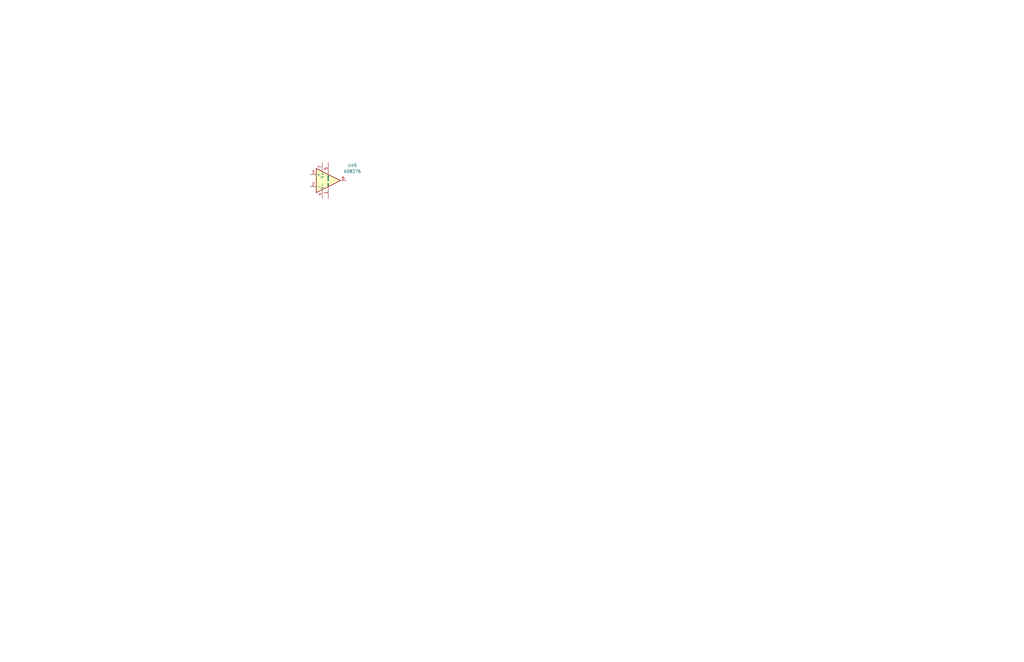
<source format=kicad_sch>
(kicad_sch (version 20250114) (generator "eeschema") (generator_version "9.0")
  (paper "B")
  (title_block (title "Differential to Single-Ended Difference Amps (Tx)") (date "2026-01-02") (rev "0.0") (company "Andy McCann KA3KAF and Doug McCann KA3KAG"))
  (lib_symbols
    (symbol "Amplifier_Difference:AD8276" (pin_names (offset 0.127))
      (property "Reference" "U" (at 7.62 5.08 0))
      (property "Value" "AD8276" (at 7.62 2.54 0))
      (symbol "AD8276_0_1"
        (polyline (pts (xy -5.08 5.08) (xy 5.08 0) (xy -5.08 -5.08) (xy -5.08 5.08)) (stroke (width 0.254)) (fill (type background)))
      )
      (symbol "AD8276_1_1"
        (pin passive line (at -7.62 2.54 0) (length 2.54) (name "+") (number "3"))
        (pin passive line (at -7.62 -2.54 0) (length 2.54) (name "-") (number "2"))
        (pin no_connect line (at -5.08 0 0) (length 2.54) (hide yes) (name "~") (number "8"))
        (pin power_in line (at -2.54 7.62 270) (length 3.81) (name "V+") (number "7"))
        (pin power_in line (at -2.54 -7.62 90) (length 3.81) (name "V-") (number "4"))
        (pin passive line (at 0 7.62 270) (length 5.08) (name "SENSE") (number "5"))
        (pin passive line (at 0 -7.62 90) (length 5.08) (name "REF") (number "1"))
        (pin output line (at 7.62 0 180) (length 2.54) (name "~") (number "6"))
      )
    )
  )
  (symbol (lib_id "Amplifier_Difference:AD8276") (at 138.43 76.2 0) (unit 1)
    (property "Reference" "U45" (at 148.59 69.7798 0))
    (property "Value" "AD8276" (at 148.59 72.3198 0))
    (property "Datasheet" "https://www.analog.com/media/en/technical-documentation/data-sheets/AD8276_8277.pdf" (effects (hide yes)))
    (property "Description" "Low Power, Wide Supply Range, Low Cost Unity-Gain Difference Amplifier, SOIC-8/MSOP-8" (effects (hide yes)))
  )
)
</source>
